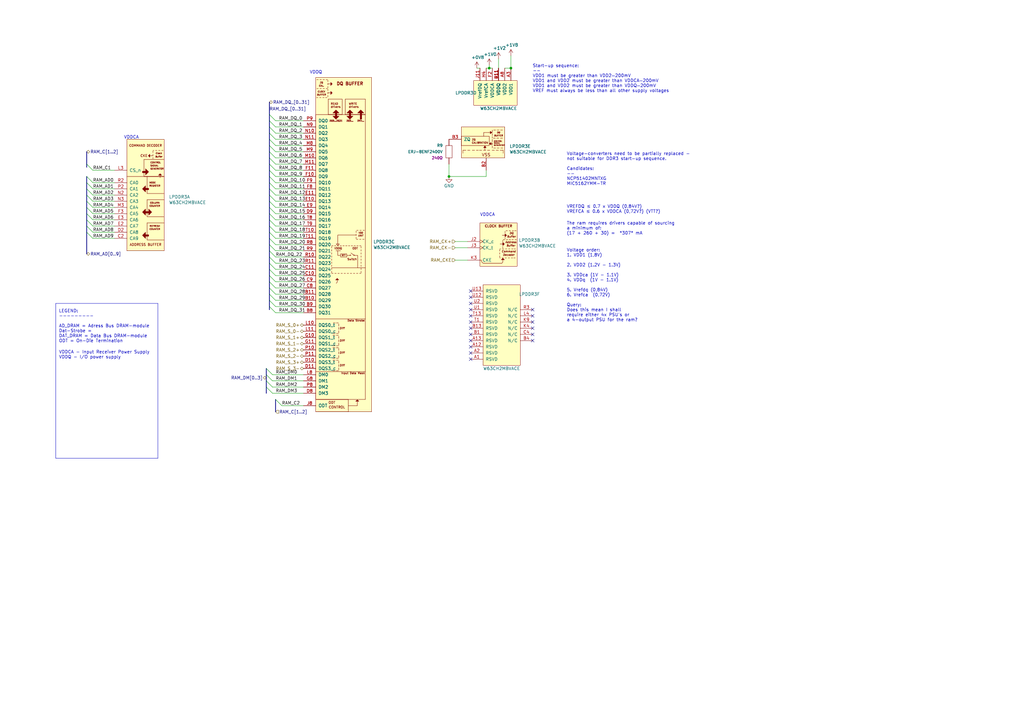
<source format=kicad_sch>
(kicad_sch (version 20230121) (generator eeschema)
  (paper "A3")
  (title_block (title "Open SVGA") (rev "0.14") (comment 1 "Copyright DoomN00b"))
  (lib_symbols
    (symbol "LRJ-parts:R_ERJ-8ENF2400V" (pin_numbers hide) (pin_names (offset 1.016) hide)
      (property "Reference" "R" (at -5.08 1.27 0))
      (property "Value" "ERJ-8ENF2400V" (at -6.35 -3.81 0))
      (property "Resistance" "240Ω" (at 0 0 0))
      (symbol "R_ERJ-8ENF2400V_1_1"
        (pin passive line (at -5.08 0 0) (length 2.54) (name "1") (number "1"))
        (pin passive line (at 5.08 0 180) (length 2.54) (name "2") (number "2"))
      )
    )
    (symbol "LRJ-parts:W63CH2MBVACE" (pin_names (offset 1.016))
      (property "Reference" "U" (at -13.97 71.12 0))
      (property "Value" "W63CH2MBVACE" (at 1.27 -68.58 0))
      (symbol "W63CH2MBVACE_1_1"
        (text "ADDRESS BUFFER" (at 0 -17.78 0) (effects (font (size 0.9906 0.9906))))
        (text "Buffer" (at 5.461 18.288 0) (effects (font (size 0.635 0.635) italic)))
        (text "CKE" (at -0.635 18.669 0) (effects (font (size 0.9906 0.9906))))
        (text "Clock" (at 5.461 19.685 0) (effects (font (size 0.635 0.635) italic)))
        (text "COLUMN" (at 3.81 -0.635 0) (effects (font (size 0.635 0.635))))
        (text "COMMAND DECODER" (at 0 22.86 0) (effects (font (size 0.9 0.9))))
        (text "CONTROL" (at 1.905 15.875 0) (effects (font (size 0.635 0.635)) (justify left)))
        (text "COUNTER" (at 3.81 -11.43 0) (effects (font (size 0.635 0.635))))
        (text "COUNTER" (at 3.81 -1.905 0) (effects (font (size 0.635 0.635))))
        (text "GENERATOR" (at 1.905 13.335 0) (effects (font (size 0.635 0.635)) (justify left)))
        (text "MODE" (at 2.8702 7.62 0) (effects (font (size 0.635 0.635))))
        (text "REFRESH" (at 3.81 -10.16 0) (effects (font (size 0.635 0.635))))
        (text "REGISTER" (at 3.81 6.35 0) (effects (font (size 0.635 0.635))))
        (text "SIGNAL" (at 1.905 14.605 0) (effects (font (size 0.635 0.635)) (justify left)))
        (pin input line (at -12.7 -15.24 0) (length 5.08) (name "CA9") (number "C2"))
        (pin input line (at -12.7 -12.7 0) (length 5.08) (name "CA8") (number "D2"))
        (pin input line (at -12.7 -10.16 0) (length 5.08) (name "CA7") (number "E2"))
        (pin input line (at -12.7 -7.62 0) (length 5.08) (name "CA6") (number "E3"))
        (pin input line (at -12.7 -5.08 0) (length 5.08) (name "CA5") (number "F3"))
        (pin input line (at -12.7 12.7 0) (length 5.08) (name "CS_n") (number "L3"))
        (pin input line (at -12.7 -2.54 0) (length 5.08) (name "CA4") (number "M3"))
        (pin input line (at -12.7 2.54 0) (length 5.08) (name "CA2") (number "N2"))
        (pin input line (at -12.7 0 0) (length 5.08) (name "CA3") (number "N3"))
        (pin input line (at -12.7 5.08 0) (length 5.08) (name "CA1") (number "P2"))
        (pin input line (at -12.7 7.62 0) (length 5.08) (name "CA0") (number "R2"))
      )
      (symbol "W63CH2MBVACE_2_1"
        (text "Address" (at 5.08 2.286 0) (effects (font (size 0.7874 0.7874) italic)))
        (text "Buffer" (at 5.08 0.889 0) (effects (font (size 0.7874 0.7874) italic)))
        (text "Buffer" (at 5.334 4.572 0) (effects (font (size 0.7874 0.7874) italic)))
        (text "CLOCK BUFFER" (at 0 8.89 0) (effects (font (size 0.9906 0.9906) bold)))
        (text "Command" (at 4.191 -1.524 0) (effects (font (size 0.7874 0.7874) italic)))
        (text "Decoder" (at 4.191 -2.921 0) (effects (font (size 0.7874 0.7874) italic)))
        (text "DQ" (at 5.334 5.969 0) (effects (font (size 0.7874 0.7874) italic)))
        (pin input clock (at -12.7 2.54 0) (length 5.08) (name "CK_c") (number "J2"))
        (pin input clock (at -12.7 0 0) (length 5.08) (name "CK_t") (number "J3"))
        (pin input line (at -12.7 -5.08 0) (length 5.08) (name "CKE") (number "K3"))
      )
      (symbol "W63CH2MBVACE_3_1"
        (text "BUFFER" (at -7.874 64.008 0) (effects (font (size 0.635 0.635) italic)))
        (text "CAL." (at -7.874 67.691 0) (effects (font (size 0.635 0.635) italic)))
        (text "CLOCK" (at -7.874 65.278 0) (effects (font (size 0.635 0.635) italic)))
        (text "CONTROL" (at -1.524 -64.135 0) (effects (font (size 0.9906 0.9906))))
        (text "Data Strobe" (at 6.35 -28.575 0) (effects (font (size 0.7874 0.7874))))
        (text "Diff" (at 0.635 -46.99 0) (effects (font (size 0.7874 0.7874) italic)))
        (text "Diff" (at 0.635 -41.783 0) (effects (font (size 0.7874 0.7874) italic)))
        (text "Diff" (at 0.635 -36.83 0) (effects (font (size 0.7874 0.7874) italic)))
        (text "Diff" (at 0.635 -31.75 0) (effects (font (size 0.7874 0.7874) italic)))
        (text "DMn..." (at 8.255 53.34 0) (effects (font (size 0.635 0.635) italic)))
        (text "DQ BUFFER" (at 3.81 68.58 0) (effects (font (size 1.27 1.27) bold)))
        (text "DQ0...DQ31" (at -1.905 53.34 0) (effects (font (size 0.635 0.635) italic)))
        (text "DQS..." (at 3.81 53.34 0) (effects (font (size 0.635 0.635) italic)))
        (text "drivers" (at -2.032 59.055 0) (effects (font (size 0.7874 0.7874))))
        (text "drivers" (at 5.3848 59.055 0) (effects (font (size 0.7874 0.7874))))
        (text "Input Data Mask" (at 5.08 -50.165 0) (effects (font (size 0.7874 0.7874))))
        (text "ODT" (at -3.556 -62.23 0) (effects (font (size 0.9906 0.9906))))
        (text "ODT" (at 5.969 1.016 0) (effects (font (size 0.7874 0.7874))))
        (text "READ" (at -2.54 60.325 0) (effects (font (size 0.7874 0.7874))))
        (text "RTT" (at 1.27 -1.905 0) (effects (font (size 0.635 0.635))))
        (text "Switch" (at 4.699 -3.429 0) (effects (font (size 0.7874 0.7874))))
        (text "UNIT" (at 8.255 6.223 0) (effects (font (size 0.635 0.635) italic)))
        (text "VDD" (at 8.255 7.366 0) (effects (font (size 0.635 0.635) italic)))
        (text "VDDQ" (at -1.016 1.016 0) (effects (font (size 0.7874 0.7874))))
        (text "WRITE" (at 5.08 60.325 0) (effects (font (size 0.7874 0.7874))))
        (text "ZQ" (at -7.874 68.961 0) (effects (font (size 0.635 0.635) italic)))
        (pin bidirectional line (at -15.24 -20.32 0) (length 5.08) (name "DQ29") (number "B10"))
        (pin bidirectional line (at -15.24 -17.78 0) (length 5.08) (name "DQ28") (number "B11"))
        (pin bidirectional line (at -15.24 -25.4 0) (length 5.08) (name "DQ31") (number "B8"))
        (pin bidirectional line (at -15.24 -22.86 0) (length 5.08) (name "DQ30") (number "B9"))
        (pin bidirectional line (at -15.24 -10.16 0) (length 5.08) (name "DQ25") (number "C10"))
        (pin bidirectional line (at -15.24 -7.62 0) (length 5.08) (name "DQ24") (number "C11"))
        (pin bidirectional line (at -15.24 -15.24 0) (length 5.08) (name "DQ27") (number "C8"))
        (pin bidirectional line (at -15.24 -12.7 0) (length 5.08) (name "DQ26") (number "C9"))
        (pin input line (at -15.24 -45.72 0) (length 5.08) (name "DQS3_t") (number "D10"))
        (pin input line (at -15.24 -48.26 0) (length 5.08) (name "DQS3_c") (number "D11"))
        (pin input line (at -15.24 -58.42 0) (length 5.08) (name "DM3") (number "D8"))
        (pin bidirectional line (at -15.24 15.24 0) (length 5.08) (name "DQ15") (number "D9"))
        (pin bidirectional line (at -15.24 20.32 0) (length 5.08) (name "DQ13") (number "E10"))
        (pin bidirectional line (at -15.24 22.86 0) (length 5.08) (name "DQ12") (number "E11"))
        (pin bidirectional line (at -15.24 17.78 0) (length 5.08) (name "DQ14") (number "E9"))
        (pin bidirectional line (at -15.24 30.48 0) (length 5.08) (name "DQ9") (number "F10"))
        (pin bidirectional line (at -15.24 33.02 0) (length 5.08) (name "DQ8") (number "F11"))
        (pin bidirectional line (at -15.24 25.4 0) (length 5.08) (name "DQ11") (number "F8"))
        (pin bidirectional line (at -15.24 27.94 0) (length 5.08) (name "DQ10") (number "F9"))
        (pin input line (at -15.24 -35.56 0) (length 5.08) (name "DQS1_t") (number "G10"))
        (pin input line (at -15.24 -38.1 0) (length 5.08) (name "DQS1_c") (number "G11"))
        (pin input line (at -15.24 -53.34 0) (length 5.08) (name "DM1") (number "G8"))
        (pin input line (at -15.24 -63.5 0) (length 5.08) (name "ODT") (number "J8"))
        (pin input line (at -15.24 -30.48 0) (length 5.08) (name "DQS0_t") (number "L10"))
        (pin input line (at -15.24 -33.02 0) (length 5.08) (name "DQS0_c") (number "L11"))
        (pin input line (at -15.24 -50.8 0) (length 5.08) (name "DM0") (number "L8"))
        (pin bidirectional line (at -15.24 38.1 0) (length 5.08) (name "DQ6") (number "M10"))
        (pin bidirectional line (at -15.24 35.56 0) (length 5.08) (name "DQ7") (number "M11"))
        (pin bidirectional line (at -15.24 43.18 0) (length 5.08) (name "DQ4") (number "M8"))
        (pin bidirectional line (at -15.24 40.64 0) (length 5.08) (name "DQ5") (number "M9"))
        (pin bidirectional line (at -15.24 48.26 0) (length 5.08) (name "DQ2") (number "N10"))
        (pin bidirectional line (at -15.24 45.72 0) (length 5.08) (name "DQ3") (number "N11"))
        (pin bidirectional line (at -15.24 50.8 0) (length 5.08) (name "DQ1") (number "N9"))
        (pin input line (at -15.24 -40.64 0) (length 5.08) (name "DQS2_t") (number "P10"))
        (pin input line (at -15.24 -43.18 0) (length 5.08) (name "DQS2_c") (number "P11"))
        (pin input line (at -15.24 -55.88 0) (length 5.08) (name "DM2") (number "P8"))
        (pin bidirectional line (at -15.24 53.34 0) (length 5.08) (name "DQ0") (number "P9"))
        (pin bidirectional line (at -15.24 -2.54 0) (length 5.08) (name "DQ22") (number "R10"))
        (pin bidirectional line (at -15.24 -5.08 0) (length 5.08) (name "DQ23") (number "R11"))
        (pin bidirectional line (at -15.24 2.54 0) (length 5.08) (name "DQ20") (number "R8"))
        (pin bidirectional line (at -15.24 0 0) (length 5.08) (name "DQ21") (number "R9"))
        (pin bidirectional line (at -15.24 7.62 0) (length 5.08) (name "DQ18") (number "T10"))
        (pin bidirectional line (at -15.24 5.08 0) (length 5.08) (name "DQ19") (number "T11"))
        (pin bidirectional line (at -15.24 12.7 0) (length 5.08) (name "DQ16") (number "T8"))
        (pin bidirectional line (at -15.24 10.16 0) (length 5.08) (name "DQ17") (number "T9"))
      )
      (symbol "W63CH2MBVACE_4_1"
        (pin passive line (at -5.08 10.16 270) (length 5.08) hide (name "VDD1") (number "A10"))
        (pin power_in line (at 0 10.16 270) (length 5.08) (name "VDDQ") (number "A11"))
        (pin power_in line (at -5.08 10.16 270) (length 5.08) (name "VDD1") (number "A3"))
        (pin passive line (at -5.08 10.16 270) (length 5.08) hide (name "VDD1") (number "A4"))
        (pin passive line (at -5.08 10.16 270) (length 5.08) hide (name "VDD1") (number "A5"))
        (pin passive line (at -5.08 10.16 270) (length 5.08) hide (name "VDD1") (number "A6"))
        (pin power_in line (at -2.54 10.16 270) (length 5.08) (name "VDD2") (number "A8"))
        (pin passive line (at -2.54 10.16 270) (length 5.08) hide (name "VDD2") (number "A9"))
        (pin passive line (at 0 10.16 270) (length 5.08) hide (name "VDDQ") (number "C12"))
        (pin passive line (at -2.54 10.16 270) (length 5.08) hide (name "VDD2") (number "D4"))
        (pin passive line (at -2.54 10.16 270) (length 5.08) hide (name "VDD2") (number "D5"))
        (pin passive line (at -2.54 10.16 270) (length 5.08) hide (name "VDD2") (number "D6"))
        (pin passive line (at 0 10.16 270) (length 5.08) hide (name "VDDQ") (number "E12"))
        (pin passive line (at 0 10.16 270) (length 5.08) hide (name "VDDQ") (number "E8"))
        (pin power_in line (at 2.54 10.16 270) (length 5.08) (name "VDDCA") (number "F2"))
        (pin passive line (at 0 10.16 270) (length 5.08) hide (name "VDDQ") (number "G12"))
        (pin passive line (at 2.54 10.16 270) (length 5.08) hide (name "VDDCA") (number "G2"))
        (pin passive line (at -2.54 10.16 270) (length 5.08) hide (name "VDD2") (number "G5"))
        (pin passive line (at 0 10.16 270) (length 5.08) hide (name "VDDQ") (number "H11"))
        (pin passive line (at -2.54 10.16 270) (length 5.08) hide (name "VDD2") (number "H12"))
        (pin passive line (at 2.54 10.16 270) (length 5.08) hide (name "VDDCA") (number "H3"))
        (pin power_in line (at 5.08 10.16 270) (length 5.08) (name "VrefCA") (number "H4"))
        (pin passive line (at -2.54 10.16 270) (length 5.08) hide (name "VDD2") (number "H5"))
        (pin passive line (at -2.54 10.16 270) (length 5.08) hide (name "VDD2") (number "H6"))
        (pin passive line (at 0 10.16 270) (length 5.08) hide (name "VDDQ") (number "H8"))
        (pin passive line (at 0 10.16 270) (length 5.08) hide (name "VDDQ") (number "H9"))
        (pin passive line (at 0 10.16 270) (length 5.08) hide (name "VDDQ") (number "J10"))
        (pin power_in line (at 7.62 10.16 270) (length 5.08) (name "VrefDQ") (number "J11"))
        (pin passive line (at -2.54 10.16 270) (length 5.08) hide (name "VDD2") (number "J5"))
        (pin passive line (at -2.54 10.16 270) (length 5.08) hide (name "VDD2") (number "J6"))
        (pin passive line (at 0 10.16 270) (length 5.08) hide (name "VDDQ") (number "J9"))
        (pin passive line (at 0 10.16 270) (length 5.08) hide (name "VDDQ") (number "K11"))
        (pin passive line (at -2.54 10.16 270) (length 5.08) hide (name "VDD2") (number "K12"))
        (pin passive line (at -2.54 10.16 270) (length 5.08) hide (name "VDD2") (number "K5"))
        (pin passive line (at -2.54 10.16 270) (length 5.08) hide (name "VDD2") (number "K6"))
        (pin passive line (at 0 10.16 270) (length 5.08) hide (name "VDDQ") (number "K8"))
        (pin passive line (at 0 10.16 270) (length 5.08) hide (name "VDDQ") (number "L12"))
        (pin passive line (at 2.54 10.16 270) (length 5.08) hide (name "VDDCA") (number "L2"))
        (pin passive line (at -2.54 10.16 270) (length 5.08) hide (name "VDD2") (number "L5"))
        (pin passive line (at 2.54 10.16 270) (length 5.08) hide (name "VDDCA") (number "M2"))
        (pin passive line (at 0 10.16 270) (length 5.08) hide (name "VDDQ") (number "N12"))
        (pin passive line (at 0 10.16 270) (length 5.08) hide (name "VDDQ") (number "N8"))
        (pin passive line (at -2.54 10.16 270) (length 5.08) hide (name "VDD2") (number "P4"))
        (pin passive line (at -2.54 10.16 270) (length 5.08) hide (name "VDD2") (number "P5"))
        (pin passive line (at -2.54 10.16 270) (length 5.08) hide (name "VDD2") (number "P6"))
        (pin passive line (at 0 10.16 270) (length 5.08) hide (name "VDDQ") (number "R12"))
        (pin passive line (at -5.08 10.16 270) (length 5.08) hide (name "VDD1") (number "U10"))
        (pin power_in line (at 0 10.16 270) (length 5.08) (name "VDDQ") (number "U11"))
        (pin passive line (at -5.08 10.16 270) (length 5.08) hide (name "VDD1") (number "U3"))
        (pin passive line (at -5.08 10.16 270) (length 5.08) hide (name "VDD1") (number "U4"))
        (pin passive line (at -5.08 10.16 270) (length 5.08) hide (name "VDD1") (number "U5"))
        (pin passive line (at -5.08 10.16 270) (length 5.08) hide (name "VDD1") (number "U6"))
        (pin passive line (at -2.54 10.16 270) (length 5.08) hide (name "VDD2") (number "U8"))
        (pin passive line (at -2.54 10.16 270) (length 5.08) hide (name "VDD2") (number "U9"))
      )
      (symbol "W63CH2MBVACE_5_1"
        (text "BUFFER" (at 5.08 4.064 0) (effects (font (size 0.635 0.635) italic)))
        (text "CALIBRATION" (at -2.54 1.143 0) (effects (font (size 0.7112 0.7112))))
        (text "CONTROL" (at 3.048 1.778 0) (effects (font (size 0.508 0.508) italic) (justify left)))
        (text "DQ" (at 5.08 5.334 0) (effects (font (size 0.635 0.635) italic)))
        (text "GENERATOR" (at 3.048 0.127 0) (effects (font (size 0.508 0.508) italic) (justify left)))
        (text "SIGNAL" (at 3.048 1.016 0) (effects (font (size 0.508 0.508) italic) (justify left)))
        (text "VSS" (at 0 -3.81 0) (effects (font (size 1.27 1.27))))
        (text "ZQ " (at -4.826 2.413 0) (effects (font (size 0.7112 0.7112))))
        (pin passive line (at 0 -10.16 90) (length 5.08) hide (name "VSS") (number "B12"))
        (pin power_in line (at 0 -10.16 90) (length 5.08) (name "VSS") (number "B2"))
        (pin input line (at -15.24 2.54 0) (length 5.08) (name "ZQ") (number "B3"))
        (pin passive line (at 0 -10.16 90) (length 5.08) hide (name "VSS") (number "B5"))
        (pin passive line (at 0 -10.16 90) (length 5.08) hide (name "VSS") (number "B6"))
        (pin passive line (at 0 -10.16 90) (length 5.08) hide (name "VSS") (number "C3"))
        (pin passive line (at 0 -10.16 90) (length 5.08) hide (name "VSS") (number "C5"))
        (pin passive line (at 0 -10.16 90) (length 5.08) hide (name "VSS") (number "C6"))
        (pin passive line (at 0 -10.16 90) (length 5.08) hide (name "VSS") (number "D12"))
        (pin passive line (at 0 -10.16 90) (length 5.08) hide (name "VSS") (number "D3"))
        (pin passive line (at 0 -10.16 90) (length 5.08) hide (name "VSS") (number "E4"))
        (pin passive line (at 0 -10.16 90) (length 5.08) hide (name "VSS") (number "E5"))
        (pin passive line (at 0 -10.16 90) (length 5.08) hide (name "VSS") (number "E6"))
        (pin passive line (at 0 -10.16 90) (length 5.08) hide (name "VSS") (number "F12"))
        (pin passive line (at 0 -10.16 90) (length 5.08) hide (name "VSS") (number "F4"))
        (pin passive line (at 0 -10.16 90) (length 5.08) hide (name "VSS") (number "F5"))
        (pin passive line (at 0 -10.16 90) (length 5.08) hide (name "VSS") (number "F6"))
        (pin passive line (at 0 -10.16 90) (length 5.08) hide (name "VSS") (number "G3"))
        (pin passive line (at 0 -10.16 90) (length 5.08) hide (name "VSS") (number "G4"))
        (pin passive line (at 0 -10.16 90) (length 5.08) hide (name "VSS") (number "G6"))
        (pin passive line (at 0 -10.16 90) (length 5.08) hide (name "VSS") (number "G9"))
        (pin passive line (at 0 -10.16 90) (length 5.08) hide (name "VSS") (number "H10"))
        (pin passive line (at 0 -10.16 90) (length 5.08) hide (name "VSS") (number "H2"))
        (pin passive line (at 0 -10.16 90) (length 5.08) hide (name "VSS") (number "J12"))
        (pin passive line (at 0 -10.16 90) (length 5.08) hide (name "VSS") (number "J4"))
        (pin passive line (at 0 -10.16 90) (length 5.08) hide (name "VSS") (number "K10"))
        (pin passive line (at 0 -10.16 90) (length 5.08) hide (name "VSS") (number "K2"))
        (pin passive line (at 0 -10.16 90) (length 5.08) hide (name "VSS") (number "L6"))
        (pin passive line (at 0 -10.16 90) (length 5.08) hide (name "VSS") (number "L9"))
        (pin passive line (at 0 -10.16 90) (length 5.08) hide (name "VSS") (number "M12"))
        (pin passive line (at 0 -10.16 90) (length 5.08) hide (name "VSS") (number "M4"))
        (pin passive line (at 0 -10.16 90) (length 5.08) hide (name "VSS") (number "M5"))
        (pin passive line (at 0 -10.16 90) (length 5.08) hide (name "VSS") (number "M6"))
        (pin passive line (at 0 -10.16 90) (length 5.08) hide (name "VSS") (number "N4"))
        (pin passive line (at 0 -10.16 90) (length 5.08) hide (name "VSS") (number "N5"))
        (pin passive line (at 0 -10.16 90) (length 5.08) hide (name "VSS") (number "N6"))
        (pin passive line (at 0 -10.16 90) (length 5.08) hide (name "VSS") (number "P12"))
        (pin passive line (at 0 -10.16 90) (length 5.08) hide (name "VSS") (number "P3"))
        (pin passive line (at 0 -10.16 90) (length 5.08) hide (name "VSS") (number "R4"))
        (pin passive line (at 0 -10.16 90) (length 5.08) hide (name "VSS") (number "R5"))
        (pin passive line (at 0 -10.16 90) (length 5.08) hide (name "VSS") (number "R6"))
        (pin passive line (at 0 -10.16 90) (length 5.08) hide (name "VSS") (number "T12"))
        (pin passive line (at 0 -10.16 90) (length 5.08) hide (name "VSS") (number "T2"))
        (pin passive line (at 0 -10.16 90) (length 5.08) hide (name "VSS") (number "T3"))
        (pin passive line (at 0 -10.16 90) (length 5.08) hide (name "VSS") (number "T4"))
        (pin passive line (at 0 -10.16 90) (length 5.08) hide (name "VSS") (number "T5"))
        (pin passive line (at 0 -10.16 90) (length 5.08) hide (name "VSS") (number "T6"))
      )
      (symbol "W63CH2MBVACE_6_1"
        (pin passive line (at -12.7 -15.24 0) (length 5.08) (name "RSVD") (number "A1"))
        (pin passive line (at -12.7 -10.16 0) (length 5.08) (name "RSVD") (number "A12"))
        (pin passive line (at -12.7 -7.62 0) (length 5.08) (name "RSVD") (number "A13"))
        (pin passive line (at -12.7 -12.7 0) (length 5.08) (name "RSVD") (number "A2"))
        (pin passive line (at -12.7 -5.08 0) (length 5.08) (name "RSVD") (number "B1"))
        (pin passive line (at -12.7 -2.54 0) (length 5.08) (name "RSVD") (number "B13"))
        (pin passive line (at 12.7 -7.62 180) (length 5.08) (name "N/C") (number "B4"))
        (pin passive line (at 12.7 -5.08 180) (length 5.08) (name "N/C") (number "C4"))
        (pin passive line (at 12.7 -2.54 180) (length 5.08) (name "N/C") (number "K4"))
        (pin passive line (at 12.7 0 180) (length 5.08) (name "N/C") (number "K9"))
        (pin passive line (at 12.7 2.54 180) (length 5.08) (name "N/C") (number "L4"))
        (pin passive line (at 12.7 5.08 180) (length 5.08) (name "N/C") (number "R3"))
        (pin passive line (at -12.7 0 0) (length 5.08) (name "RSVD") (number "T1"))
        (pin passive line (at -12.7 2.54 0) (length 5.08) (name "RSVD") (number "T13"))
        (pin passive line (at -12.7 5.08 0) (length 5.08) (name "RSVD") (number "U1"))
        (pin passive line (at -12.7 10.16 0) (length 5.08) (name "RSVD") (number "U12"))
        (pin passive line (at -12.7 12.7 0) (length 5.08) (name "RSVD") (number "U13"))
        (pin passive line (at -12.7 7.62 0) (length 5.08) (name "RSVD") (number "U2"))
      )
    )
    (symbol "LRJ-parts_v2:+0V8" (power) (pin_names (offset 0))
      (property "Value" "+0V8" (at 0 3.556 0))
      (symbol "+0V8_1_1"
        (pin power_in line (at 0 0 90) (length 0) hide (name "+0V8") (number "1"))
      )
    )
    (symbol "power:+1V0" (power) (pin_names (offset 0))
      (property "Value" "+1V0" (at 0 3.556 0))
      (symbol "+1V0_1_1"
        (pin power_in line (at 0 0 90) (length 0) hide (name "+1V0") (number "1"))
      )
    )
    (symbol "power:+1V2" (power) (pin_names (offset 0))
      (property "Value" "+1V2" (at 0 3.556 0))
      (symbol "+1V2_1_1"
        (pin power_in line (at 0 0 90) (length 0) hide (name "+1V2") (number "1"))
      )
    )
    (symbol "power:+1V8" (power) (pin_names (offset 0))
      (property "Value" "+1V8" (at 0 3.556 0))
      (symbol "+1V8_1_1"
        (pin power_in line (at 0 0 90) (length 0) hide (name "+1V8") (number "1"))
      )
    )
    (symbol "power:GND" (power) (pin_names (offset 0))
      (property "Value" "GND" (at 0 -3.81 0))
      (symbol "GND_1_1"
        (pin power_in line (at 0 0 270) (length 0) hide (name "GND") (number "1"))
      )
    )
  )
  (junction (at 184.15 72.39))
  (junction (at 200.66 27.94))
  (junction (at 209.55 27.94))
  (no_connect (at 193.04 124.46))
  (no_connect (at 193.04 139.7))
  (no_connect (at 218.44 137.16))
  (no_connect (at 193.04 144.78))
  (no_connect (at 218.44 129.54))
  (no_connect (at 193.04 147.32))
  (no_connect (at 193.04 132.08))
  (no_connect (at 193.04 142.24))
  (no_connect (at 193.04 129.54))
  (no_connect (at 218.44 127))
  (no_connect (at 218.44 134.62))
  (no_connect (at 193.04 127))
  (no_connect (at 218.44 139.7))
  (no_connect (at 193.04 137.16))
  (no_connect (at 218.44 132.08))
  (no_connect (at 193.04 119.38))
  (no_connect (at 193.04 134.62))
  (no_connect (at 193.04 121.92))
  (bus_entry (at 110.49 120.65) (size 2.54 2.54))
  (bus_entry (at 110.49 77.47) (size 2.54 2.54))
  (bus_entry (at 110.49 110.49) (size 2.54 2.54))
  (bus_entry (at 110.49 59.69) (size 2.54 2.54))
  (bus_entry (at 110.49 105.41) (size 2.54 2.54))
  (bus_entry (at 110.49 87.63) (size 2.54 2.54))
  (bus_entry (at 110.49 67.31) (size 2.54 2.54))
  (bus_entry (at 35.56 80.01) (size 2.54 2.54))
  (bus_entry (at 110.49 85.09) (size 2.54 2.54))
  (bus_entry (at 109.22 151.13) (size 2.54 2.54))
  (bus_entry (at 110.49 74.93) (size 2.54 2.54))
  (bus_entry (at 110.49 107.95) (size 2.54 2.54))
  (bus_entry (at 35.56 92.71) (size 2.54 2.54))
  (bus_entry (at 109.22 158.75) (size 2.54 2.54))
  (bus_entry (at 35.56 67.31) (size 2.54 2.54))
  (bus_entry (at 110.49 113.03) (size 2.54 2.54))
  (bus_entry (at 110.49 102.87) (size 2.54 2.54))
  (bus_entry (at 110.49 82.55) (size 2.54 2.54))
  (bus_entry (at 35.56 85.09) (size 2.54 2.54))
  (bus_entry (at 35.56 95.25) (size 2.54 2.54))
  (bus_entry (at 110.49 72.39) (size 2.54 2.54))
  (bus_entry (at 35.56 82.55) (size 2.54 2.54))
  (bus_entry (at 110.49 100.33) (size 2.54 2.54))
  (bus_entry (at 113.03 95.25) (size -2.54 -2.54))
  (bus_entry (at 35.56 74.93) (size 2.54 2.54))
  (bus_entry (at 110.49 123.19) (size 2.54 2.54))
  (bus_entry (at 110.49 115.57) (size 2.54 2.54))
  (bus_entry (at 110.49 69.85) (size 2.54 2.54))
  (bus_entry (at 110.49 118.11) (size 2.54 2.54))
  (bus_entry (at 35.56 87.63) (size 2.54 2.54))
  (bus_entry (at 35.56 77.47) (size 2.54 2.54))
  (bus_entry (at 110.49 80.01) (size 2.54 2.54))
  (bus_entry (at 109.22 153.67) (size 2.54 2.54))
  (bus_entry (at 110.49 64.77) (size 2.54 2.54))
  (bus_entry (at 109.22 156.21) (size 2.54 2.54))
  (bus_entry (at 113.03 97.79) (size -2.54 -2.54))
  (bus_entry (at 110.49 46.99) (size 2.54 2.54))
  (bus_entry (at 113.03 163.83) (size 2.54 2.54))
  (bus_entry (at 35.56 90.17) (size 2.54 2.54))
  (bus_entry (at 110.49 49.53) (size 2.54 2.54))
  (bus_entry (at 110.49 62.23) (size 2.54 2.54))
  (bus_entry (at 35.56 72.39) (size 2.54 2.54))
  (bus_entry (at 110.49 125.73) (size 2.54 2.54))
  (bus_entry (at 110.49 57.15) (size 2.54 2.54))
  (bus_entry (at 110.49 52.07) (size 2.54 2.54))
  (bus_entry (at 110.49 54.61) (size 2.54 2.54))
  (bus_entry (at 113.03 92.71) (size -2.54 -2.54))
  (bus_entry (at 110.49 97.79) (size 2.54 2.54))
  (bus (pts (xy 35.56 67.31) (xy 35.56 68.58)))
  (wire (pts (xy 111.76 161.29) (xy 124.46 161.29)))
  (wire (pts (xy 113.03 120.65) (xy 124.46 120.65)))
  (polyline (pts (xy 22.86 124.46) (xy 64.77 124.46)))
  (bus (pts (xy 35.56 87.63) (xy 35.56 90.17)))
  (wire (pts (xy 113.03 54.61) (xy 124.46 54.61)))
  (bus (pts (xy 109.22 158.75) (xy 109.22 161.29)))
  (wire (pts (xy 113.03 92.71) (xy 124.46 92.71)))
  (wire (pts (xy 113.03 110.49) (xy 124.46 110.49)))
  (wire (pts (xy 113.03 95.25) (xy 124.46 95.25)))
  (bus (pts (xy 110.49 102.87) (xy 110.49 105.41)))
  (wire (pts (xy 209.55 27.94) (xy 207.01 27.94)))
  (wire (pts (xy 38.1 87.63) (xy 46.99 87.63)))
  (bus (pts (xy 109.22 151.13) (xy 109.22 153.67)))
  (bus (pts (xy 110.49 105.41) (xy 110.49 107.95)))
  (bus (pts (xy 35.56 90.17) (xy 35.56 92.71)))
  (bus (pts (xy 110.49 82.55) (xy 110.49 85.09)))
  (bus (pts (xy 110.49 110.49) (xy 110.49 113.03)))
  (bus (pts (xy 110.49 85.09) (xy 110.49 87.63)))
  (polyline (pts (xy 64.77 187.96) (xy 22.86 187.96)))
  (wire (pts (xy 38.1 82.55) (xy 46.99 82.55)))
  (wire (pts (xy 113.03 115.57) (xy 124.46 115.57)))
  (bus (pts (xy 110.49 107.95) (xy 110.49 110.49)))
  (wire (pts (xy 113.03 90.17) (xy 124.46 90.17)))
  (bus (pts (xy 110.49 120.65) (xy 110.49 123.19)))
  (bus (pts (xy 110.49 87.63) (xy 110.49 90.17)))
  (wire (pts (xy 113.03 118.11) (xy 124.46 118.11)))
  (wire (pts (xy 38.1 90.17) (xy 46.99 90.17)))
  (wire (pts (xy 113.03 113.03) (xy 124.46 113.03)))
  (polyline (pts (xy 64.77 124.46) (xy 64.77 187.96)))
  (bus (pts (xy 110.49 52.07) (xy 110.49 54.61)))
  (bus (pts (xy 110.49 113.03) (xy 110.49 115.57)))
  (bus (pts (xy 110.49 90.17) (xy 110.49 92.71)))
  (wire (pts (xy 38.1 92.71) (xy 46.99 92.71)))
  (wire (pts (xy 184.15 72.39) (xy 199.39 72.39)))
  (wire (pts (xy 113.03 82.55) (xy 124.46 82.55)))
  (bus (pts (xy 110.49 49.53) (xy 110.49 52.07)))
  (wire (pts (xy 113.03 100.33) (xy 124.46 100.33)))
  (bus (pts (xy 110.49 41.91) (xy 110.49 46.99)))
  (wire (pts (xy 124.46 105.41) (xy 113.03 105.41)))
  (bus (pts (xy 110.49 69.85) (xy 110.49 72.39)))
  (bus (pts (xy 110.49 57.15) (xy 110.49 59.69)))
  (bus (pts (xy 110.49 100.33) (xy 110.49 102.87)))
  (bus (pts (xy 35.56 92.71) (xy 35.56 95.25)))
  (wire (pts (xy 111.76 153.67) (xy 124.46 153.67)))
  (bus (pts (xy 35.56 74.93) (xy 35.56 77.47)))
  (wire (pts (xy 38.1 80.01) (xy 46.99 80.01)))
  (bus (pts (xy 35.56 77.47) (xy 35.56 80.01)))
  (wire (pts (xy 113.03 77.47) (xy 124.46 77.47)))
  (wire (pts (xy 111.76 158.75) (xy 124.46 158.75)))
  (wire (pts (xy 200.66 26.67) (xy 200.66 27.94)))
  (wire (pts (xy 113.03 49.53) (xy 124.46 49.53)))
  (wire (pts (xy 113.03 62.23) (xy 124.46 62.23)))
  (wire (pts (xy 113.03 64.77) (xy 124.46 64.77)))
  (bus (pts (xy 110.49 72.39) (xy 110.49 74.93)))
  (wire (pts (xy 38.1 69.85) (xy 46.99 69.85)))
  (wire (pts (xy 113.03 87.63) (xy 124.46 87.63)))
  (bus (pts (xy 110.49 92.71) (xy 110.49 95.25)))
  (bus (pts (xy 110.49 74.93) (xy 110.49 77.47)))
  (bus (pts (xy 110.49 123.19) (xy 110.49 125.73)))
  (wire (pts (xy 113.03 67.31) (xy 124.46 67.31)))
  (wire (pts (xy 111.76 156.21) (xy 124.46 156.21)))
  (wire (pts (xy 113.03 102.87) (xy 124.46 102.87)))
  (bus (pts (xy 110.49 95.25) (xy 110.49 97.79)))
  (wire (pts (xy 38.1 95.25) (xy 46.99 95.25)))
  (bus (pts (xy 35.56 95.25) (xy 35.56 104.14)))
  (wire (pts (xy 113.03 128.27) (xy 124.46 128.27)))
  (bus (pts (xy 110.49 125.73) (xy 110.49 127)))
  (wire (pts (xy 186.69 101.6) (xy 191.77 101.6)))
  (wire (pts (xy 113.03 57.15) (xy 124.46 57.15)))
  (bus (pts (xy 35.56 62.23) (xy 35.56 67.31)))
  (wire (pts (xy 113.03 125.73) (xy 124.46 125.73)))
  (wire (pts (xy 113.03 59.69) (xy 124.46 59.69)))
  (wire (pts (xy 38.1 97.79) (xy 46.99 97.79)))
  (bus (pts (xy 110.49 118.11) (xy 110.49 120.65)))
  (bus (pts (xy 35.56 85.09) (xy 35.56 87.63)))
  (wire (pts (xy 209.55 27.94) (xy 209.55 22.86)))
  (bus (pts (xy 35.56 80.01) (xy 35.56 82.55)))
  (wire (pts (xy 115.57 166.37) (xy 124.46 166.37)))
  (polyline (pts (xy 22.86 187.96) (xy 22.86 124.46)))
  (wire (pts (xy 38.1 74.93) (xy 46.99 74.93)))
  (wire (pts (xy 113.03 52.07) (xy 124.46 52.07)))
  (wire (pts (xy 199.39 72.39) (xy 199.39 69.85)))
  (bus (pts (xy 109.22 156.21) (xy 109.22 158.75)))
  (wire (pts (xy 113.03 74.93) (xy 124.46 74.93)))
  (wire (pts (xy 204.47 27.94) (xy 204.47 24.13)))
  (bus (pts (xy 110.49 46.99) (xy 110.49 49.53)))
  (bus (pts (xy 110.49 67.31) (xy 110.49 69.85)))
  (wire (pts (xy 113.03 85.09) (xy 124.46 85.09)))
  (bus (pts (xy 110.49 115.57) (xy 110.49 118.11)))
  (wire (pts (xy 199.39 27.94) (xy 200.66 27.94)))
  (wire (pts (xy 113.03 72.39) (xy 124.46 72.39)))
  (bus (pts (xy 110.49 77.47) (xy 110.49 80.01)))
  (bus (pts (xy 110.49 64.77) (xy 110.49 67.31)))
  (bus (pts (xy 110.49 97.79) (xy 110.49 100.33)))
  (wire (pts (xy 113.03 80.01) (xy 124.46 80.01)))
  (bus (pts (xy 109.22 153.67) (xy 109.22 156.21)))
  (wire (pts (xy 38.1 85.09) (xy 46.99 85.09)))
  (bus (pts (xy 110.49 80.01) (xy 110.49 82.55)))
  (wire (pts (xy 186.69 99.06) (xy 191.77 99.06)))
  (bus (pts (xy 113.03 163.83) (xy 113.03 168.91)))
  (wire (pts (xy 113.03 97.79) (xy 124.46 97.79)))
  (bus (pts (xy 110.49 62.23) (xy 110.49 64.77)))
  (wire (pts (xy 195.58 27.94) (xy 196.85 27.94)))
  (bus (pts (xy 110.49 59.69) (xy 110.49 62.23)))
  (wire (pts (xy 200.66 27.94) (xy 201.93 27.94)))
  (bus (pts (xy 110.49 54.61) (xy 110.49 57.15)))
  (bus (pts (xy 35.56 72.39) (xy 35.56 74.93)))
  (wire (pts (xy 113.03 107.95) (xy 124.46 107.95)))
  (bus (pts (xy 35.56 82.55) (xy 35.56 85.09)))
  (wire (pts (xy 113.03 69.85) (xy 124.46 69.85)))
  (wire (pts (xy 113.03 123.19) (xy 124.46 123.19)))
  (wire (pts (xy 184.15 72.39) (xy 184.15 67.31)))
  (wire (pts (xy 38.1 77.47) (xy 46.99 77.47)))
  (wire (pts (xy 191.77 106.68) (xy 186.69 106.68)))
  (text "VDDQ" (at 127 30.48 0) (effects (font (size 1.27 1.27)) (justify left bottom)))
  (text "The ram requires drivers capable of sourcing \na minimum of:\n(17 + 260 + 30) =  *307* mA\n" (at 232.41 96.52 0) (effects (font (size 1.27 1.27)) (justify left bottom)))
  (text "Start-up sequence:\n--\nVDD1 must be greater than VDD2—200mV \nVDD1 and VDD2 must be greater than VDDCA—200mV \nVDD1 and VDD2 must be greater than VDDQ—200mV \nVREF must always be less than all other supply voltages \n" (at 218.44 38.1 0) (effects (font (size 1.27 1.27)) (justify left bottom)))
  (text "Voltage-converters need to be partially replaced - \nnot suitable for DDR3 start-up sequence.\n\nCandidates:\n--\nNCP51402MNTXG\nMIC5162YMM-TR \n" (at 232.41 76.2 0) (effects (font (size 1.27 1.27)) (justify left bottom)))
  (text "LEGEND:\n---------\n\nAD_DRAM = Adress Bus DRAM-module\nDat-Strobe = \nDAT_DRAM = Data Bus DRAM-module\nODT = On-Die Termination\n\n\n" (at 24.13 144.78 0) (effects (font (size 1.27 1.27)) (justify left bottom)))
  (text "VDDCA" (at 50.8 57.15 0) (effects (font (size 1.27 1.27)) (justify left bottom)))
  (text "VDDCA" (at 196.85 88.9 0) (effects (font (size 1.27 1.27)) (justify left bottom)))
  (text "VDDCA - Input Receiver Power Supply\nVDDQ - I/O power supply" (at 24.13 147.32 0) (effects (font (size 1.27 1.27)) (justify left bottom)))
  (text "VREFDQ ≤ 0.7 x VDDQ (0,84V?)\nVREFCA ≤ 0.6 x VDDCA (0,72V?) (VTT?)" (at 232.41 87.63 0) (effects (font (size 1.27 1.27)) (justify left bottom)))
  (text "Voltage order:\n1. VDD1 (1,8V)\n\n2. VDD2 (1.2V - 1.3V)\n\n3. VDDca (1V - 1.1V)\n4. VDDq  (1V - 1.1V)\n\n5. Vrefdq (0,84V) \n6. Vrefca  (0,72V)\n\nQuery: \nDoes this mean I shall \nrequire either 4x PSU's or\na 4-output PSU for the ram?" (at 232.41 132.08 0) (effects (font (size 1.27 1.27)) (justify left bottom)))
  (label "RAM_DQ_23" (at 114.3 107.95 0))
  (label "RAM_AD3" (at 38.1 82.55 0))
  (label "RAM_DM2" (at 113.03 158.75 0))
  (label "RAM_DQ_13" (at 114.3 82.55 0))
  (label "RAM_DQ_25" (at 114.3 113.03 0))
  (label "RAM_DQ_15" (at 114.3 87.63 0))
  (label "RAM_DQ_22" (at 113.03 105.41 0))
  (label "RAM_DQ_12" (at 114.3 80.01 0))
  (label "RAM_AD5" (at 38.1 87.63 0))
  (label "RAM_DQ_24" (at 114.3 110.49 0))
  (label "RAM_AD4" (at 38.1 85.09 0))
  (label "RAM_AD8" (at 38.1 95.25 0))
  (label "RAM_DQ_8" (at 114.3 69.85 0))
  (label "RAM_DQ_6" (at 114.3 64.77 0))
  (label "RAM_DQ_28" (at 114.3 120.65 0))
  (label "RAM_DQ_2" (at 114.3 54.61 0))
  (label "RAM_DQ_26" (at 114.3 115.57 0))
  (label "RAM_DQ_7" (at 114.3 67.31 0))
  (label "RAM_DM1" (at 113.03 156.21 0))
  (label "RAM_DQ_10" (at 114.3 74.93 0))
  (label "RAM_DM3" (at 113.03 161.29 0))
  (label "RAM_DQ_29" (at 114.3 123.19 0))
  (label "RAM_AD2" (at 38.1 80.01 0))
  (label "RAM_AD0" (at 38.1 74.93 0))
  (label "RAM_DQ_14" (at 114.3 85.09 0))
  (label "RAM_DQ_17" (at 114.3 92.71 0))
  (label "RAM_DQ_9" (at 114.3 72.39 0))
  (label "RAM_DQ_0" (at 114.3 49.53 0))
  (label "RAM_DQ_1" (at 114.3 52.07 0))
  (label "RAM_DQ_21" (at 114.3 102.87 0))
  (label "RAM_AD1" (at 38.1 77.47 0))
  (label "RAM_DQ_4" (at 114.3 59.69 0))
  (label "RAM_DQ_20" (at 114.3 100.33 0))
  (label "RAM_DQ_[0..31]" (at 110.49 45.72 0))
  (label "RAM_DQ_31" (at 114.3 128.27 0))
  (label "RAM_DQ_16" (at 114.3 90.17 0))
  (label "RAM_DQ_18" (at 114.3 95.25 0))
  (label "RAM_AD6" (at 38.1 90.17 0))
  (label "RAM_C1" (at 38.1 69.85 0))
  (label "RAM_DQ_30" (at 114.3 125.73 0))
  (label "RAM_AD7" (at 38.1 92.71 0))
  (label "RAM_C2" (at 115.57 166.37 0))
  (label "RAM_DQ_11" (at 114.3 77.47 0))
  (label "RAM_DQ_5" (at 114.3 62.23 0))
  (label "RAM_DM0" (at 113.03 153.67 0))
  (label "RAM_DQ_19" (at 114.3 97.79 0))
  (label "RAM_AD9" (at 38.1 97.79 0))
  (label "RAM_DQ_3" (at 114.3 57.15 0))
  (label "RAM_DQ_27" (at 114.3 118.11 0))
  (hierarchical_label "RAM_S_0+" (shape bidirectional) (at 124.46 133.35 180))
  (hierarchical_label "RAM_C[1..2]" (shape bidirectional) (at 35.56 62.23 0))
  (hierarchical_label "RAM_DQ_[0..31]" (shape bidirectional) (at 110.49 41.91 0))
  (hierarchical_label "RAM_AD[0..9]" (shape bidirectional) (at 35.56 104.14 0))
  (hierarchical_label "RAM_CK+" (shape input) (at 186.69 99.06 180))
  (hierarchical_label "RAM_DM[0..3]" (shape bidirectional) (at 109.22 154.94 180))
  (hierarchical_label "RAM_S_3+" (shape bidirectional) (at 124.46 148.59 180))
  (hierarchical_label "RAM_CKE" (shape input) (at 186.69 106.68 180))
  (hierarchical_label "RAM_S_1+" (shape bidirectional) (at 124.46 138.43 180))
  (hierarchical_label "RAM_S_3-" (shape bidirectional) (at 124.46 151.13 180))
  (hierarchical_label "RAM_C[1..2]" (shape input) (at 113.03 168.91 0))
  (hierarchical_label "RAM_CK-" (shape input) (at 186.69 101.6 180))
  (hierarchical_label "RAM_S_2+" (shape bidirectional) (at 124.46 143.51 180))
  (hierarchical_label "RAM_S_1-" (shape bidirectional) (at 124.46 140.97 180))
  (hierarchical_label "RAM_S_2-" (shape bidirectional) (at 124.46 146.05 180))
  (hierarchical_label "RAM_S_0-" (shape bidirectional) (at 124.46 135.89 180))
  (symbol (lib_id "power:GND") (at 184.15 72.39 0) (unit 1)
    (property "Reference" "#PWR08" (effects hide))
    (property "Value" "GND" (at 184.15 76.2 0))
  )
  (symbol (lib_id "LRJ-parts:W63CH2MBVACE") (at 59.69 82.55 0) (unit 1)
    (property "Reference" "LPDDR3" (at 69.2912 80.7466 0) (effects (justify left)))
    (property "Value" "W63CH2MBVACE" (at 69.2912 83.058 0) (effects (justify left)))
    (property "Footprint" "Footprints:Winbond_VFBGA-178_W63CH2MBVACE" (effects hide))
    (property "Datasheet" "https://www.winbond.com/resource-files/w63chxmbv_vfbga178_datasheet_a01-001_20181123.pdf" (effects hide))
    (property "Mouser datasheet" "https://www.mouser.se/datasheet/2/949/w63chxmbv_vfbga178_datasheet_a01-001_20181123-1760404.pdf" (effects hide))
    (property "Description" "LPDDR3 - 512 MB (4Gb), 128 M x 32, 933MHz " (effects hide))
    (property "Manufacturer" "Winbond Electronics Corporation" (effects hide))
  )
  (symbol (lib_id "LRJ-parts:W63CH2MBVACE") (at 139.7 102.87 0) (unit 3)
    (property "Reference" "LPDDR3" (at 153.1112 99.1616 0) (effects (justify left)))
    (property "Value" "W63CH2MBVACE" (at 153.1112 101.473 0) (effects (justify left)))
    (property "Footprint" "Footprints:Winbond_VFBGA-178_W63CH2MBVACE" (effects hide))
    (property "Datasheet" "https://www.winbond.com/resource-files/w63chxmbv_vfbga178_datasheet_a01-001_20181123.pdf" (effects hide))
    (property "Mouser datasheet" "https://www.mouser.se/datasheet/2/949/w63chxmbv_vfbga178_datasheet_a01-001_20181123-1760404.pdf" (effects hide))
    (property "Description" "LPDDR3 - 512 MB (4Gb), 128 M x 32, 933MHz " (effects hide))
    (property "Manufacturer" "Winbond Electronics Corporation" (effects hide))
  )
  (symbol (lib_id "LRJ-parts:W63CH2MBVACE") (at 204.47 101.6 0) (unit 2)
    (property "Reference" "LPDDR3" (at 212.8012 98.5266 0) (effects (justify left)))
    (property "Value" "W63CH2MBVACE" (at 212.8012 100.838 0) (effects (justify left)))
    (property "Footprint" "Footprints:Winbond_VFBGA-178_W63CH2MBVACE" (effects hide))
    (property "Datasheet" "https://www.winbond.com/resource-files/w63chxmbv_vfbga178_datasheet_a01-001_20181123.pdf" (effects hide))
    (property "Mouser datasheet" "https://www.mouser.se/datasheet/2/949/w63chxmbv_vfbga178_datasheet_a01-001_20181123-1760404.pdf" (effects hide))
    (property "Description" "LPDDR3 - 512 MB (4Gb), 128 M x 32, 933MHz " (effects hide))
    (property "Manufacturer" "Winbond Electronics Corporation" (effects hide))
  )
  (symbol (lib_id "LRJ-parts:W63CH2MBVACE") (at 205.74 132.08 0) (unit 6)
    (property "Reference" "LPDDR3" (at 217.17 120.65 0))
    (property "Value" "W63CH2MBVACE" (at 205.74 151.13 0))
    (property "Footprint" "Footprints:Winbond_VFBGA-178_W63CH2MBVACE" (effects hide))
    (property "Datasheet" "https://www.winbond.com/resource-files/w63chxmbv_vfbga178_datasheet_a01-001_20181123.pdf" (effects hide))
    (property "Mouser datasheet" "https://www.mouser.se/datasheet/2/949/w63chxmbv_vfbga178_datasheet_a01-001_20181123-1760404.pdf" (effects hide))
    (property "Description" "LPDDR3 - 512 MB (4Gb), 128 M x 32, 933MHz " (effects hide))
    (property "Manufacturer" "Winbond Electronics Corporation" (effects hide))
  )
  (symbol (lib_id "LRJ-parts:W63CH2MBVACE") (at 204.47 38.1 0) (mirror y) (unit 4)
    (property "Reference" "LPDDR3" (at 186.69 38.1 0) (effects (justify right)))
    (property "Value" "W63CH2MBVACE" (at 196.85 44.45 0) (effects (justify right)))
    (property "Footprint" "Footprints:Winbond_VFBGA-178_W63CH2MBVACE" (effects hide))
    (property "Datasheet" "https://www.winbond.com/resource-files/w63chxmbv_vfbga178_datasheet_a01-001_20181123.pdf" (effects hide))
    (property "Mouser datasheet" "https://www.mouser.se/datasheet/2/949/w63chxmbv_vfbga178_datasheet_a01-001_20181123-1760404.pdf" (effects hide))
    (property "Description" "LPDDR3 - 512 MB (4Gb), 128 M x 32, 933MHz " (effects hide))
    (property "Manufacturer" "Winbond Electronics Corporation" (effects hide))
  )
  (symbol (lib_id "LRJ-parts:W63CH2MBVACE") (at 199.39 59.69 0) (unit 5)
    (property "Reference" "LPDDR3" (at 208.9912 59.9948 0) (effects (justify left)))
    (property "Value" "W63CH2MBVACE" (at 208.9912 62.3062 0) (effects (justify left)))
    (property "Footprint" "Footprints:Winbond_VFBGA-178_W63CH2MBVACE" (effects hide))
    (property "Datasheet" "https://www.winbond.com/resource-files/w63chxmbv_vfbga178_datasheet_a01-001_20181123.pdf" (effects hide))
    (property "Mouser datasheet" "https://www.mouser.se/datasheet/2/949/w63chxmbv_vfbga178_datasheet_a01-001_20181123-1760404.pdf" (effects hide))
    (property "Description" "LPDDR3 - 512 MB (4Gb), 128 M x 32, 933MHz " (effects hide))
    (property "Manufacturer" "Winbond Electronics Corporation" (effects hide))
  )
  (symbol (lib_id "power:+1V8") (at 209.55 22.86 0) (unit 1)
    (property "Reference" "#PWR024" (effects hide))
    (property "Value" "+1V8" (at 209.931 18.4658 0))
  )
  (symbol (lib_id "LRJ-parts_v2:+0V8") (at 195.58 27.94 0) (unit 1)
    (property "Reference" "#PWR012" (effects hide))
    (property "Value" "+0V8" (at 195.961 23.5458 0))
  )
  (symbol (lib_id "power:+1V0") (at 200.66 26.67 0) (unit 1)
    (property "Reference" "#PWR023" (effects hide))
    (property "Value" "+1V0" (at 201.041 22.2758 0))
  )
  (symbol (lib_id "power:+1V2") (at 204.47 24.13 0) (unit 1)
    (property "Reference" "#PWR0170" (effects hide))
    (property "Value" "+1V2" (at 204.851 19.7358 0))
  )
  (symbol (lib_id "LRJ-parts:R_ERJ-8ENF2400V") (at 184.15 62.23 270) (mirror x) (unit 1)
    (property "Reference" "R9" (at 181.61 59.69 90) (effects (font (size 1.143 1.143)) (justify right)))
    (property "Value" "ERJ-8ENF2400V" (at 181.61 62.23 90) (effects (font (size 1.143 1.143)) (justify right)))
    (property "Footprint" "Resistor_SMD:R_1206_3216Metric" (effects hide))
    (property "Datasheet" "https://industrial.panasonic.com/cdbs/www-data/pdf/RDA0000/AOA0000C304.pdf" (effects hide))
    (property "Manufacturer" "Panasonic " (effects hide))
    (property "MPN" "ERJ-8ENF2400V" (effects hide))
    (property "Mouser datasheet" "https://www.mouser.se/datasheet/2/315/AOA0000C304-1149620.pdf" (effects hide))
    (property "Details" "https://industrial.panasonic.com/ww/products/resistors/chip-resistors/general-purpose-chip-resistors/models/ERJ8ENF2400V" (effects hide))
    (property "Resistance" "240Ω" (at 181.61 64.77 90) (effects (font (size 1.0922 1.0922)) (justify right)))
    (property "Tolerance" "±1%" (effects hide))
    (property "Voltage rating" "200V" (effects hide))
    (property "Operating temperature" "-55C to +155C" (effects hide))
    (property "Status" "Active" (effects hide))
  )
)
</source>
